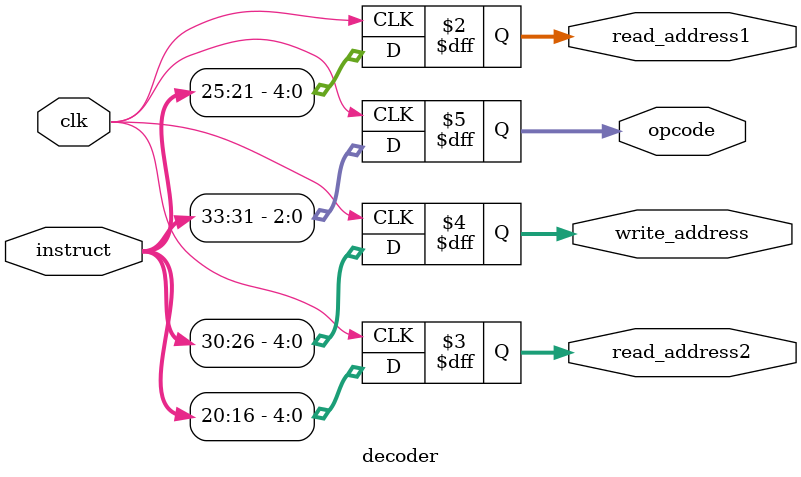
<source format=v>
module decoder(instruct,clk,read_address1,read_address2,write_address,opcode);
    input[33:0] instruct;
    input clk;
    output reg[4:0] read_address1,read_address2,write_address;
    output reg[2:0] opcode;

    always @(posedge clk ) begin
        opcode <= instruct[33:31];
        write_address <= instruct[30:26];
        read_address1 <= instruct[25:21];
        read_address2 <= instruct[20:16];
    end

endmodule
</source>
